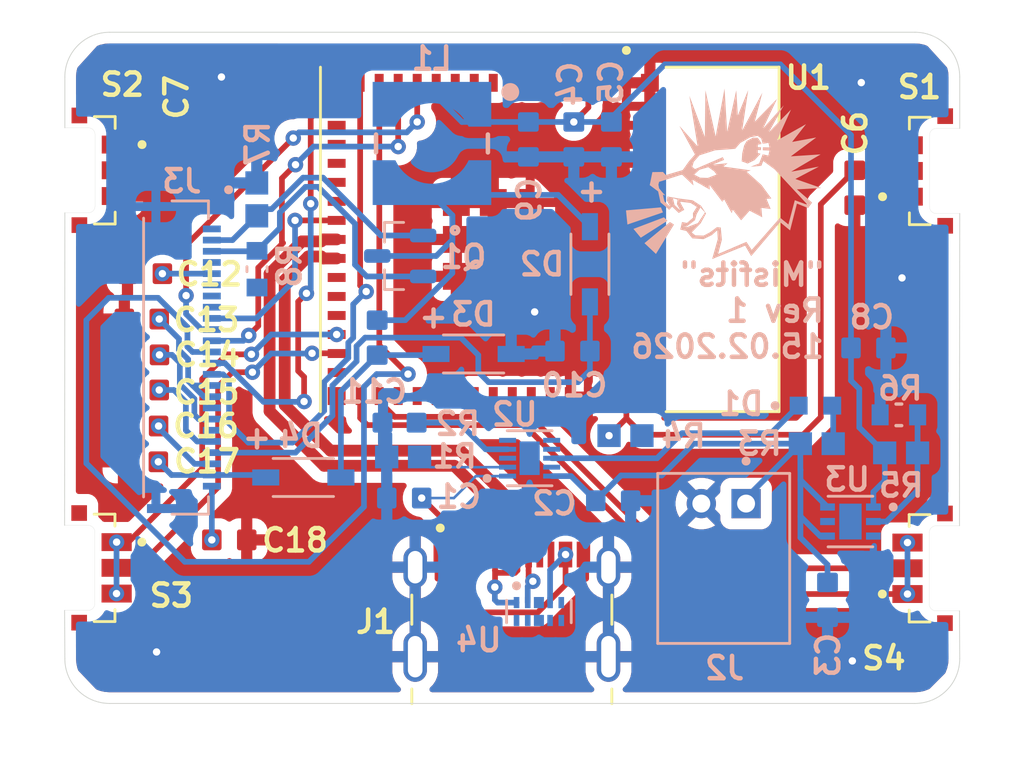
<source format=kicad_pcb>
(kicad_pcb (version 20241229) (generator "pcbnew") (generator_version "9.0")
  (title_block (title "\"Misfits\"") (date "2026-02-15") (rev "1") (company "Red Lucy") (comment 1 "redlucy404.de"))
  (layers (0 "F.Cu" signal "Front") (4 "In1.Cu" signal) (6 "In2.Cu" signal) (2 "B.Cu" signal "Back") (13 "F.Paste" user) (15 "B.Paste" user) (5 "F.SilkS" user "F.Silkscreen") (7 "B.SilkS" user "B.Silkscreen") (1 "F.Mask" user) (3 "B.Mask" user) (25 "Edge.Cuts" user))
  (net 0 "")
  (net 1 "GND")
  (net 2 "/5V_IN")
  (net 3 "Net-(U2-OUT)")
  (net 4 "/3V3")
  (net 5 "Net-(U1-EN)")
  (net 6 "Net-(U1-IO0)")
  (net 7 "/PREVGH")
  (net 8 "Net-(C11-Pad1)")
  (net 9 "Net-(C11-Pad2)")
  (net 10 "Net-(C12-Pad1)")
  (net 11 "Net-(C13-Pad1)")
  (net 12 "Net-(C14-Pad1)")
  (net 13 "Net-(C15-Pad1)")
  (net 14 "Net-(C16-Pad1)")
  (net 15 "/PREVGL")
  (net 16 "/VCOM")
  (net 17 "Net-(U2-~{CHG})")
  (net 18 "Net-(D1-PadA)")
  (net 19 "/USB_D_N")
  (net 24 "/USB_D_P")
  (net 26 "/GDR")
  (net 29 "/RES")
  (net 30 "/CS")
  (net 31 "/SCLK")
  (net 32 "/RESE")
  (net 35 "/SDI")
  (net 36 "/DC")
  (net 37 "/BUSY")
  (net 38 "Net-(U2-ISET)")
  (net 39 "Net-(U2-PRETERM)")
  (net 40 "Net-(U3-FB)")
  (net 41 "Net-(U1-IO33)")
  (net 42 "Net-(U1-IO34)")
  (net 43 "Net-(U1-IO36)")
  (net 44 "Net-(U1-IO35)")
  (footprint "EVP-AEDB2A:SW_EVP-AEDB2A" (layer "F.Cu") (at 168.84 103.46 90)
    (property "Reference" "S4")
    (property "Value" "SETTING2")
    (fp_line (start -1.6 -0.2) (end 1.6 -0.2) (stroke (width 0.01)) (layer "Edge.Cuts"))
    (fp_line (start 1.9 0.1) (end 1.9 1.15) (stroke (width 0.01)) (layer "Edge.Cuts"))
    (fp_line (start -1.9 0.1) (end -1.9 1.15) (stroke (width 0.01)) (layer "Edge.Cuts"))
    (fp_arc (start 1.6 -0.2) (mid 1.812132 -0.112132) (end 1.9 0.1) (stroke (width 0.01)) (layer "Edge.Cuts"))
    (fp_arc (start -1.9 0.1) (mid -1.812132 -0.112132) (end -1.6 -0.2) (stroke (width 0.01)) (layer "Edge.Cuts"))
  )
  (footprint "EVP-AEDB2A:SW_EVP-AEDB2A" (layer "F.Cu") (at 131.14 103.44 -90)
    (property "Reference" "S3")
    (property "Value" "SETTING1")
    (fp_line (start -1.9 0.1) (end -1.9 1.15) (stroke (width 0.01)) (layer "Edge.Cuts"))
    (fp_line (start 1.9 0.1) (end 1.9 1.15) (stroke (width 0.01)) (layer "Edge.Cuts"))
    (fp_line (start -1.6 -0.2) (end 1.6 -0.2) (stroke (width 0.01)) (layer "Edge.Cuts"))
    (fp_arc (start -1.9 0.1) (mid -1.812132 -0.112132) (end -1.6 -0.2) (stroke (width 0.01)) (layer "Edge.Cuts"))
    (fp_arc (start 1.6 -0.2) (mid 1.812132 -0.112132) (end 1.9 0.1) (stroke (width 0.01)) (layer "Edge.Cuts"))
  )
  (footprint "CL10A105KO8NNNC:CAPC1608X90N" (layer "F.Cu") (at 133.45 93.92 180)
    (property "Reference" "C14")
    (property "Value" "1uF")
  )
  (footprint "CL10A105KO8NNNC:CAPC1608X90N" (layer "F.Cu") (at 133.4 98.7 180)
    (property "Reference" "C17")
    (property "Value" "1uF")
  )
  (footprint "ESP32-S3-MINI-1-N8:XCVR_ESP32-S3-MINI-1-N8" (layer "F.Cu") (at 149.15 88.76 -90)
    (property "Reference" "U1")
    (property "Value" "ESP32-S3-MINI-1-N8")
  )
  (footprint "CL10A105KO8NNNC:CAPC1608X90N" (layer "F.Cu") (at 133.44 95.49 180)
    (property "Reference" "C15")
    (property "Value" "1uF")
  )
  (footprint "CL10A105KO8NNNC:CAPC1608X90N" (layer "F.Cu") (at 133.58 90.29 180)
    (property "Reference" "C12")
    (property "Value" "1uF")
  )
  (footprint "EVP-AEDB2A:SW_EVP-AEDB2A" (layer "F.Cu") (at 131.15 85.67 -90)
    (property "Reference" "S2")
    (property "Value" "BOOT")
    (fp_line (start -1.9 0.1) (end -1.9 1.15) (stroke (width 0.01)) (layer "Edge.Cuts"))
    (fp_line (start 1.9 0.1) (end 1.9 1.15) (stroke (width 0.01)) (layer "Edge.Cuts"))
    (fp_line (start -1.6 -0.2) (end 1.6 -0.2) (stroke (width 0.01)) (layer "Edge.Cuts"))
    (fp_arc (start -1.9 0.1) (mid -1.812132 -0.112132) (end -1.6 -0.2) (stroke (width 0.01)) (layer "Edge.Cuts"))
    (fp_arc (start 1.6 -0.2) (mid 1.812132 -0.112132) (end 1.9 0.1) (stroke (width 0.01)) (layer "Edge.Cuts"))
  )
  (footprint "CL10A105KO8NNNC:CAPC1608X90N" (layer "F.Cu") (at 133.41 97.1 180)
    (property "Reference" "C16")
    (property "Value" "1uF")
  )
  (footprint "CL10B104KA8NNNC:CAPC1608X90N" (layer "F.Cu") (at 135.02 84.9 90)
    (property "Reference" "C7")
    (property "Value" "0.1uF")
  )
  (footprint "EVP-AEDB2A:SW_EVP-AEDB2A" (layer "F.Cu") (at 168.85 85.7 90)
    (property "Reference" "S1")
    (property "Value" "RESET")
    (fp_line (start -1.6 -0.2) (end 1.6 -0.2) (stroke (width 0.01)) (layer "Edge.Cuts"))
    (fp_line (start 1.9 0.1) (end 1.9 1.15) (stroke (width 0.01)) (layer "Edge.Cuts"))
    (fp_line (start -1.9 0.1) (end -1.9 1.15) (stroke (width 0.01)) (layer "Edge.Cuts"))
    (fp_arc (start 1.6 -0.2) (mid 1.812132 -0.112132) (end 1.9 0.1) (stroke (width 0.01)) (layer "Edge.Cuts"))
    (fp_arc (start -1.9 0.1) (mid -1.812132 -0.112132) (end -1.6 -0.2) (stroke (width 0.01)) (layer "Edge.Cuts"))
  )
  (footprint "CL10A105KO8NNNC:CAPC1608X90N" (layer "F.Cu") (at 133.44 92.32 180)
    (property "Reference" "C13")
    (property "Value" "1uF")
  )
  (footprint "GT-USB-7010B:G-SWITCH_GT-USB-7010B" (layer "F.Cu") (at 149.98 107.41)
    (property "Reference" "J1")
    (property "Value" "GT-USB-7010B")
  )
  (footprint "CL10B104KA8NNNC:CAPC1608X90N" (layer "F.Cu") (at 165.31 86.45 -90)
    (property "Reference" "C6")
    (property "Value" "0.1uF")
  )
  (footprint "CL10A105KO8NNNC:CAPC1608X90N" (layer "F.Cu") (at 137.35 102.19)
    (property "Reference" "C18")
    (property "Value" "1uF")
  )
  (footprint "RC0603JR-071KL:RESC1607X60N" (layer "B.Cu") (at 155.06 97.53 180)
    (property "Reference" "R4")
    (property "Value" "1k")
  )
  (footprint "CL10A106MQ8NNNC:CAPC1608X90N" (layer "B.Cu") (at 154.43 84.29 -90)
    (property "Reference" "C5")
    (property "Value" "10uF")
  )
  (footprint "B0530W-7-F:SOD3715X145N" (layer "B.Cu") (at 148.27 93.88 180)
    (property "Reference" "D3")
    (property "Value" "B0530W-7-F")
  )
  (footprint "CL10A105KO8NNNC:CAPC1608X90N" (layer "B.Cu") (at 165.92 93.61)
    (property "Reference" "C8")
    (property "Value" "1uF")
  )
  (footprint "CL10A105KO8NNNC:CAPC1608X90N" (layer "B.Cu") (at 154.51 100.44)
    (property "Reference" "C2")
    (property "Value" "1uF")
  )
  (footprint "CL10A105KO8NNNC:CAPC1608X90N" (layer "B.Cu") (at 164.09 104.87 -90)
    (property "Reference" "C3")
    (property "Value" "1uF")
  )
  (footprint "WE-TPC_4828:WE-TPC_4828" (layer "B.Cu") (at 146.41 84.47 180)
    (property "Reference" "L1")
    (property "Value" "47uH 500mA")
  )
  (footprint "FH34SRJ-24S-0.5SH_50_:HRS_FH34SRJ-24S-0.5SH_50_" (layer "B.Cu") (at 135.32 94.04 90)
    (property "Reference" "J3")
    (property "Value" "FH34SRJ-24S-0.5SH_50_")
  )
  (footprint "ESD7104MUTAG:IC_ESD7104MUTAG" (layer "B.Cu") (at 151.19 105.3925 -90)
    (property "Reference" "U4")
    (property "Value" "ESD7104MUTAG")
  )
  (footprint "CL10A475KP8NNNC:CAPC1608X90N" (layer "B.Cu") (at 150.72 84.29 -90)
    (property "Reference" "C9")
    (property "Value" "0.47uF")
  )
  (footprint "RC0603JR-072K2L:RESC1608X55N" (layer "B.Cu") (at 138.59 90.09 90)
    (property "Reference" "R8")
    (property "Value" "2.2k")
  )
  (footprint "B0530W-7-F:SOD3715X145N" (layer "B.Cu") (at 140.66 99.4 180)
    (property "Reference" "D4")
    (property "Value" "B0530W-7-F")
  )
  (footprint "CL10A105KO8NNNC:CAPC1608X90N" (layer "B.Cu") (at 152.69 93.75 180)
    (property "Reference" "C10")
    (property "Value" "1uF")
  )
  (footprint "TLV75801PDRVR:SON65P200X200X80-7N" (layer "B.Cu") (at 165.115 101.37 180)
    (property "Reference" "U3")
    (property "Value" "TLV75801PDRVR")
  )
  (footprint "B0530W-7-F:SOD3715X145N" (layer "B.Cu") (at 153.47 89.87 90)
    (property "Reference" "D2")
    (property "Value" "B0530W-7-F")
  )
  (footprint "CL10A105KO8NNNC:CAPC1608X90N" (layer "B.Cu") (at 145.17 100.32 180)
    (property "Reference" "C1")
    (property "Value" "1uF")
  )
  (footprint "RC0603FR-07200KL:RESC1608X60N" (layer "B.Cu") (at 167.28 96.6 180)
    (property "Reference" "R6")
    (property "Value" "200k")
    (property "VALUE" "200K Ohms" (hide yes))
  )
  (footprint "KT-0603R:LED_KT-0603R" (layer "B.Cu") (at 163.55 96.19)
    (property "Reference" "D1")
    (property "Value" "KT-0603R")
  )
  (footprint "RC0603JR-071KL:RESC1607X60N" (layer "B.Cu") (at 145.12 98.48 180)
    (property "Reference" "R1")
    (property "Value" "1k")
  )
  (footprint "2N7002K-7:SOT91P240X110-3N" (layer "B.Cu") (at 144.99 89.5 180)
    (property "Reference" "Q1")
    (property "Value" "2N7002K-7")
  )
  (footprint "BQ24040DSQR:SON40P200X200X80-11N" (layer "B.Cu") (at 150.775 98.54)
    (property "Reference" "U2")
    (property "Value" "BQ24040DSQR")
  )
  (footprint "S2B-PH-K-S_LF__SN_:JST_S2B-PH-K-S_LF__SN_" (layer "B.Cu") (at 159.45 100.5675 180)
    (property "Reference" "J2")
    (property "Value" "S2B-PH-K-S_LF__SN_")
  )
  (footprint "RC0603FR-071ML:RESC1607X60N" (layer "B.Cu") (at 138.58 86.97 90)
    (property "Reference" "R7")
    (property "Value" "1M")
  )
  (footprint "CL10A475KP8NNNC:CAPC1608X90N" (layer "B.Cu") (at 143.96 93.15 90)
    (property "Reference" "C11")
    (property "Value" "0.47uF")
  )
  (footprint "SMD-RES-2K-1_-1_10W_0603_:R0603" (layer "B.Cu") (at 144.96 96.95 90)
    (property "Reference" "R2")
    (property "Value" "2k")
    (property "VALUE" "2K" (hide yes))
  )
  (footprint "RC0603JR-071KL:RESC1607X60N" (layer "B.Cu") (at 163.61 97.89)
    (property "Reference" "R3")
    (property "Value" "1k")
  )
  (footprint "RC0603FR-071ML:RESC1607X60N" (layer "B.Cu") (at 167.38 98.3)
    (property "Reference" "R5")
    (property "Value" "1M")
  )
  (footprint "CL10B104KA8NNNC:CAPC1608X90N" (layer "B.Cu") (at 152.75 84.29 -90)
    (property "Reference" "C4")
    (property "Value" "0.1uF")
  )
  (gr_poly (pts (xy 159.604005 83.951194) (xy 160.011939 82.091282) (xy 160.081547 83.222737) (xy 160.544593 82.086761) (xy 160.275178 83.896417) (xy 161.178172 82.199234) (xy 160.836358 83.500653) (xy 161.832912 82.477253) (xy 161.209229 83.802934) (xy 162.135323 82.765013) (xy 161.466941 83.968041) (xy 162.457372 82.956293) (xy 161.83449 84.334348) (xy 163.130535 83.607416) (xy 162.508971 84.401424) (xy 163.585494 84.202806) (xy 162.451249 85.045985) (xy 163.78153 84.958884) (xy 162.466649 85.731757) (xy 163.704403 85.505931) (xy 162.652323 86.057629) (xy 163.811942 86.461583) (xy 162.720949 86.522639) (xy 163.400856 87.114153) (xy 163.222159 87.357162) (xy 162.723456 87.158699) (xy 162.41673 88.356248) (xy 161.968204 87.989088) (xy 160.679084 89.50623) (xy 160.407861 89.040186) (xy 158.934023 89.637359) (xy 159.186127 88.742375) (xy 159.159928 88.353355) (xy 158.919917 88.566366) (xy 158.545081 88.748654) (xy 158.045835 88.711783) (xy 157.781846 88.382836) (xy 157.506979 88.321264) (xy 157.543177 88.166492) (xy 157.608213 88.166492) (xy 157.815875 88.210287) (xy 158.298843 88.027482) (xy 158.612751 87.553738) (xy 158.406872 87.334009) (xy 158.239362 87.632699) (xy 158.165518 87.89891) (xy 157.798589 88.18233) (xy 157.608213 88.166492) (xy 157.543177 88.166492) (xy 157.586379 87.981776) (xy 157.806935 88.022135) (xy 158.081155 87.788686) (xy 158.073533 87.585546) (xy 158.249 87.30776) (xy 157.970051 87.13082) (xy 157.516357 87.073665) (xy 157.510182 87.11188) (xy 157.68756 87.437441) (xy 157.437162 87.578026) (xy 157.146766 87.297863) (xy 157.014887 87.437079) (xy 156.625015 87.103972) (xy 156.518717 86.613692) (xy 156.143469 86.333942) (xy 156.147719 86.312755) (xy 156.530661 86.312755) (xy 156.562132 86.477835) (xy 156.71065 86.656946) (xy 156.842451 86.794173) (xy 156.733051 86.761203) (xy 156.801832 87.062502) (xy 157.062979 87.305537) (xy 156.908129 87.021368) (xy 156.924203 86.916748) (xy 157.182658 86.916748) (xy 157.251438 87.218048) (xy 157.512559 87.461082) (xy 157.357737 87.176913) (xy 157.388175 86.978683) (xy 157.182658 86.916748) (xy 156.924203 86.916748) (xy 156.935957 86.840242) (xy 157.416238 86.925741) (xy 158.061056 87.009379) (xy 158.434986 87.253292) (xy 158.658977 87.602289) (xy 158.420956 88.038929) (xy 158.020101 88.448464) (xy 158.179498 88.575873) (xy 158.551981 88.589205) (xy 158.845814 88.434744) (xy 159.145512 88.210443) (xy 159.318008 88.224447) (xy 159.368935 88.773922) (xy 159.199824 89.409335) (xy 160.464837 88.866913) (xy 160.70154 89.227383) (xy 161.967586 87.786747) (xy 162.342473 88.090707) (xy 162.627649 87.00651) (xy 163.204616 87.218384) (xy 161.727575 85.629954) (xy 161.217683 85.255971) (xy 161.132598 85.470428) (xy 160.649949 85.512598) (xy 161.035601 85.361158) (xy 161.115829 85.15453) (xy 161.115855 85.154556) (xy 161.194274 84.952552) (xy 161.445705 85.012264) (xy 161.49441 84.789203) (xy 161.198304 84.774759) (xy 161.200008 84.640943) (xy 161.494408 84.647506) (xy 161.448623 84.443798) (xy 161.19174 84.486767) (xy 161.129574 84.249236) (xy 160.965061 84.131155) (xy 160.635064 84.195107) (xy 160.19 84.45) (xy 159.961925 84.710967) (xy 159.066631 84.776777) (xy 158.367345 85.000458) (xy 158.111263 85.291629) (xy 158.044859 85.515207) (xy 158.141055 85.597864) (xy 158.178623 85.61192) (xy 159.406817 85.082055) (xy 159.468233 85.202436) (xy 158.958213 85.416556) (xy 159.624064 85.352633) (xy 159.435393 85.503631) (xy 160.662424 85.673311) (xy 160.475898 85.733436) (xy 161.138906 86.326087) (xy 161.58216 86.931554) (xy 161.362794 86.945946) (xy 161.549062 87.399252) (xy 161.134721 87.35078) (xy 161.171358 87.771632) (xy 160.606071 87.476947) (xy 160.229118 87.906766) (xy 159.853378 87.429999) (xy 159.809194 87.588981) (xy 159.472109 86.972249) (xy 159.387954 87.077592) (xy 158.817524 86.32433) (xy 158.822459 86.530804) (xy 158.050697 86.090365) (xy 158.099583 86.34805) (xy 157.597184 85.871283) (xy 157.525639 85.87968) (xy 156.768011 86.122276) (xy 156.563217 86.18514) (xy 156.530661 86.312755) (xy 156.147719 86.312755) (xy 156.260594 85.750153) (xy 156.737179 85.743564) (xy 156.859059 85.881695) (xy 156.925935 85.862032) (xy 158.130949 85.862032) (xy 158.392818 85.998794) (xy 158.737681 86.009878) (xy 159.131791 85.860017) (xy 159.0219 85.716253) (xy 158.761217 85.530993) (xy 158.370133 85.645095) (xy 158.130949 85.862032) (xy 156.925935 85.862032) (xy 157.619761 85.658039) (xy 157.897677 85.266642) (xy 158.163578 84.961777) (xy 157.469229 83.683715) (xy 158.283933 84.598414) (xy 157.915997 82.339379) (xy 158.606316 84.18092) (xy 158.631353 82.086759) (xy 159.090034 84.160043) (xy 159.487684 82.010768)) (fill yes) (layer "B.SilkS"))
  (gr_poly (pts (xy 157.228726 88.093652) (xy 156.421205 89.409334) (xy 155.907644 88.927504) (xy 157.045533 87.981877)) (fill yes) (layer "B.SilkS"))
  (gr_poly (pts (xy 156.733047 87.551825) (xy 155.146116 88.093652) (xy 155.082219 87.461082) (xy 156.645533 87.326439)) (fill yes) (layer "B.SilkS"))
  (gr_poly (pts (xy 156.934945 87.925162) (xy 155.743519 88.683824) (xy 155.415632 88.289223) (xy 156.779684 87.772148)) (fill yes) (layer "B.SilkS"))
  (gr_poly (pts (xy 160.973437 84.216216) (xy 161.1326 84.452791) (xy 161.129679 84.497155) (xy 160.976122 84.522838) (xy 160.974702 84.635906) (xy 161.120351 84.639161) (xy 161.111721 84.770549) (xy 160.974702 84.763857) (xy 160.974702 84.900412) (xy 161.097459 84.929557) (xy 160.965658 85.071125) (xy 160.829749 85.217111) (xy 160.516486 85.369246) (xy 160.253995 85.270001) (xy 160.276139 84.918834) (xy 160.304328 84.802743) (xy 160.363471 84.559011) (xy 160.481577 84.355638) (xy 160.481603 84.355638) (xy 160.762568 84.209161)) (fill yes) (layer "B.SilkS"))
  (gr_line (start 170 107.5) (end 169.99 105.36) (stroke (width 0.0381)) (layer "Edge.Cuts"))
  (gr_line (start 132 109.5) (end 168 109.5) (stroke (width 0.0381)) (layer "Edge.Cuts"))
  (gr_line (start 170 87.6) (end 169.99 101.56) (stroke (width 0.0381)) (layer "Edge.Cuts"))
  (gr_arc (start 170 107.5) (mid 169.414214 108.914214) (end 168 109.5) (stroke (width 0.0381)) (layer "Edge.Cuts"))
  (gr_line (start 129.99 101.54) (end 130 87.57) (stroke (width 0.0381)) (layer "Edge.Cuts"))
  (gr_arc (start 132 109.5) (mid 130.585786 108.914214) (end 130 107.5) (stroke (width 0.0381)) (layer "Edge.Cuts"))
  (gr_line (start 130 107.5) (end 129.99 105.34) (stroke (width 0.0381)) (layer "Edge.Cuts"))
  (gr_arc (start 168 79.5) (mid 169.414214 80.085786) (end 170 81.5) (stroke (width 0.0381)) (layer "Edge.Cuts"))
  (gr_line (start 130 81.5) (end 130 83.77) (stroke (width 0.0381)) (layer "Edge.Cuts"))
  (gr_line (start 168 79.5) (end 132 79.5) (stroke (width 0.0381)) (layer "Edge.Cuts"))
  (gr_arc (start 130 81.5) (mid 130.585786 80.085786) (end 132 79.5) (stroke (width 0.0381)) (layer "Edge.Cuts"))
  (gr_line (start 170 81.5) (end 170 83.8) (stroke (width 0.0381)) (layer "Edge.Cuts"))
  (gr_text "{dblquote}Misfits{dblquote}\nRev 1\n15.02.2026" (at 164.04 94.14 0) (layer "B.SilkS") (effects (font (size 1 1) (thickness 0.2) (bold yes)) (justify left bottom mirror)))
  (via (at 165.6 81.75) (size 0.6858) (drill 0.3302) (layers "F.Cu" "B.Cu") (net 1))
  (via (at 137 81.5) (size 0.6858) (drill 0.3302) (layers "F.Cu" "B.Cu") (net 1))
  (via (at 165.2 107.6) (size 0.6858) (drill 0.3302) (layers "F.Cu" "B.Cu") (net 1))
  (via (at 151 92) (size 0.6858) (drill 0.3302) (layers "F.Cu" "B.Cu") (net 1))
  (via (at 167.42 90.48) (size 0.6858) (drill 0.3302) (layers "F.Cu" "B.Cu") (net 1))
  (via (at 134.1 107.2) (size 0.6858) (drill 0.3302) (layers "F.Cu" "B.Cu") (net 1))
  (segment (start 151.14 105.43) (end 152.38 104.19) (width 0.254) (layer "F.Cu") (net 2))
  (segment (start 147.58 102.845) (end 147.58 104.35) (width 0.254) (layer "F.Cu") (net 2))
  (segment (start 148.66 105.43) (end 151.14 105.43) (width 0.254) (layer "F.Cu") (net 2))
  (segment (start 147.58 102.845) (end 147.58 101.95) (width 0.254) (layer "F.Cu") (net 2))
  (segment (start 152.38 104.19) (end 152.38 102.845) (width 0.254) (layer "F.Cu") (net 2))
  (segment (start 147.58 104.35) (end 148.66 105.43) (width 0.254) (layer "F.Cu") (net 2))
  (segment (start 147.58 101.95) (end 145.95 100.32) (width 0.254) (layer "F.Cu") (net 2))
  (via (at 145.95 100.32) (size 0.6858) (drill 0.3302) (layers "F.Cu" "B.Cu") (net 2))
  (via (at 152.38 102.845) (size 0.6858) (drill 0.3302) (layers "F.Cu" "B.Cu") (net 2))
  (segment (start 151.69 104.9925) (end 151.69 103.535) (width 0.254) (layer "B.Cu") (net 2))
  (segment (start 147.39 100.32) (end 148.37 99.34) (width 0.115469) (layer "B.Cu") (net 2))
  (segment (start 151.69 103.535) (end 152.38 102.845) (width 0.254) (layer "B.Cu") (net 2))
  (segment (start 148.37 99.34) (end 149.79 99.34) (width 0.115469) (layer "B.Cu") (net 2))
  (segment (start 145.95 100.32) (end 147.39 100.32) (width 0.115469) (layer "B.Cu") (net 2))
  (segment (start 160.45 100.5675) (end 160.45 100.315) (width 0.254) (layer "B.Cu") (net 3))
  (segment (start 164.09 100.72) (end 162.88 99.51) (width 0.254) (layer "B.Cu") (net 3))
  (segment (start 162.88 99.06) (end 162.875 99.055) (width 0.254) (layer "B.Cu") (net 3))
  (segment (start 162.88 99.51) (end 162.88 99.06) (width 0.254) (layer "B.Cu") (net 3))
  (segment (start 163.763062 102.02) (end 162.88 101.136938) (width 0.254) (layer "B.Cu") (net 3))
  (segment (start 152.63 99.34) (end 153.73 100.44) (width 0.254) (layer "B.Cu") (net 3))
  (segment (start 162.88 101.136938) (end 162.88 99.51) (width 0.254) (layer "B.Cu") (net 3))
  (segment (start 164.09 102.02) (end 163.763062 102.02) (width 0.254) (layer "B.Cu") (net 3))
  (segment (start 154.86 99.31) (end 156.68 99.31) (width 0.254) (layer "B.Cu") (net 3))
  (segment (start 164.09 103.3) (end 164.09 104.09) (width 0.254) (layer "B.Cu") (net 3))
  (segment (start 160.45 100.315) (end 162.875 97.89) (width 0.254) (layer "B.Cu") (net 3))
  (segment (start 156.68 99.31) (end 158.1 97.89) (width 0.254) (layer "B.Cu") (net 3))
  (segment (start 153.73 100.44) (end 154.86 99.31) (width 0.254) (layer "B.Cu") (net 3))
  (segment (start 162.88 101.136938) (end 162.88 102.09) (width 0.254) (layer "B.Cu") (net 3))
  (segment (start 158.1 97.89) (end 162.875 97.89) (width 0.254) (layer "B.Cu") (net 3))
  (segment (start 151.76 99.34) (end 152.63 99.34) (width 0.254) (layer "B.Cu") (net 3))
  (segment (start 162.88 102.09) (end 164.09 103.3) (width 0.254) (layer "B.Cu") (net 3))
  (segment (start 162.875 99.055) (end 162.875 97.89) (width 0.254) (layer "B.Cu") (net 3))
  (segment (start 153.4 81.76) (end 153.4 82.86) (width 0.254) (layer "F.Cu") (net 4))
  (segment (start 153.4 82.86) (end 152.75 83.51) (width 0.254) (layer "F.Cu") (net 4))
  (via (at 152.75 83.51) (size 0.6858) (drill 0.3302) (layers "F.Cu" "B.Cu") (net 4))
  (segment (start 166.65 98.305) (end 166.645 98.3) (width 0.254) (layer "B.Cu") (net 4))
  (segment (start 150.72 83.51) (end 147.75 83.51) (width 0.254) (layer "B.Cu") (net 4))
  (segment (start 152.75 83.51) (end 150.72 83.51) (width 0.254) (layer "B.Cu") (net 4))
  (segment (start 156.82198 80.932) (end 161.97802 80.932) (width 0.254) (layer "B.Cu") (net 4))
  (segment (start 165.14 93.61) (end 165.14 95.07) (width 0.254) (layer "B.Cu") (net 4))
  (segment (start 166.65 99.54) (end 166.65 98.305) (width 0.254) (layer "B.Cu") (net 4))
  (segment (start 165.14 95.07) (end 165.51 95.44) (width 0.254) (layer "B.Cu") (net 4))
  (segment (start 165.51 97.165) (end 166.645 98.3) (width 0.254) (layer "B.Cu") (net 4))
  (segment (start 165.51 95.44) (end 165.51 97.165) (width 0.254) (layer "B.Cu") (net 4))
  (segment (start 147.75 83.51) (end 146.41 82.17) (width 0.254) (layer "B.Cu") (net 4))
  (segment (start 166.14 100.72) (end 166.14 100.05) (width 0.254) (layer "B.Cu") (net 4))
  (segment (start 165.14 84.09398) (end 165.14 93.61) (width 0.254) (layer "B.Cu") (net 4))
  (segment (start 166.14 100.05) (end 166.65 99.54) (width 0.254) (layer "B.Cu") (net 4))
  (segment (start 154.43 83.32398) (end 156.82198 80.932) (width 0.254) (layer "B.Cu") (net 4))
  (segment (start 152.75 83.51) (end 154.43 83.51) (width 0.254) (layer "B.Cu") (net 4))
  (segment (start 161.97802 80.932) (end 165.14 84.09398) (width 0.254) (layer "B.Cu") (net 4))
  (segment (start 154.43 83.51) (end 154.43 83.32398) (width 0.254) (layer "B.Cu") (net 4))
  (segment (start 165.31 85.67) (end 163.79 87.19) (width 0.254) (layer "F.Cu") (net 5))
  (segment (start 167.675 85.7) (end 165.34 85.7) (width 0.254) (layer "F.Cu") (net 5))
  (segment (start 165.34 85.7) (end 165.31 85.67) (width 0.254) (layer "F.Cu") (net 5))
  (segment (start 163 97.49) (end 155.835 97.49) (width 0.254) (layer "F.Cu") (net 5))
  (segment (start 163.79 87.19) (end 163.79 96.7) (width 0.254) (layer "F.Cu") (net 5))
  (segment (start 155.835 97.49) (end 155.1 96.755) (width 0.254) (layer "F.Cu") (net 5))
  (segment (start 155.1 95.76) (end 155.1 96.755) (width 0.254) (layer "F.Cu") (net 5))
  (segment (start 155.1 96.755) (end 154.325 97.53) (width 0.254) (layer "F.Cu") (net 5))
  (segment (start 163.79 96.7) (end 163 97.49) (width 0.254) (layer "F.Cu") (net 5))
  (via (at 154.325 97.53) (size 0.6858) (drill 0.3302) (layers "F.Cu" "B.Cu") (net 5))
  (segment (start 152.55 81.523062) (end 151.376938 80.35) (width 0.254) (layer "F.Cu") (net 6))
  (segment (start 135.01 85.67) (end 135.02 85.68) (width 0.254) (layer "F.Cu") (net 6))
  (segment (start 140.35 80.35) (end 135.02 85.68) (width 0.254) (layer "F.Cu") (net 6))
  (segment (start 152.55 81.76) (end 152.55 81.523062) (width 0.254) (layer "F.Cu") (net 6))
  (segment (start 132.325 85.67) (end 135.01 85.67) (width 0.254) (layer "F.Cu") (net 6))
  (segment (start 151.376938 80.35) (end 140.35 80.35) (width 0.254) (layer "F.Cu") (net 6))
  (segment (start 148.94 95.14) (end 152.94 95.14) (width 0.254) (layer "B.Cu") (net 7))
  (segment (start 136.57 98.29) (end 140.31 98.29) (width 0.254) (layer "B.Cu") (net 7))
  (segment (start 141.96 95.29) (end 143.04 94.21) (width 0.254) (layer "B.Cu") (net 7))
  (segment (start 148.48 93.93) (end 148.48 94.68) (width 0.254) (layer "B.Cu") (net 7))
  (segment (start 153.47 91.55) (end 153.47 93.75) (width 0.254) (layer "B.Cu") (net 7))
  (segment (start 153.47 94.61) (end 153.47 93.75) (width 0.254) (layer "B.Cu") (net 7))
  (segment (start 140.31 98.29) (end 141.96 96.64) (width 0.254) (layer "B.Cu") (net 7))
  (segment (start 148.48 94.68) (end 148.94 95.14) (width 0.254) (layer "B.Cu") (net 7))
  (segment (start 141.96 96.64) (end 141.96 95.29) (width 0.254) (layer "B.Cu") (net 7))
  (segment (start 143.04 94.21) (end 143.04 93.53) (width 0.254) (layer "B.Cu") (net 7))
  (segment (start 147.7 93.15) (end 148.48 93.93) (width 0.254) (layer "B.Cu") (net 7))
  (segment (start 143.42 93.15) (end 147.7 93.15) (width 0.254) (layer "B.Cu") (net 7))
  (segment (start 143.04 93.53) (end 143.42 93.15) (width 0.254) (layer "B.Cu") (net 7))
  (segment (start 152.94 95.14) (end 153.47 94.61) (width 0.254) (layer "B.Cu") (net 7))
  (segment (start 146.54 93.93) (end 146.59 93.88) (width 0.254) (layer "B.Cu") (net 8))
  (segment (start 143.96 93.93) (end 142.34 95.55) (width 0.254) (layer "B.Cu") (net 8))
  (segment (start 142.34 95.55) (end 142.34 99.4) (width 0.254) (layer "B.Cu") (net 8))
  (segment (start 143.96 93.93) (end 146.54 93.93) (width 0.254) (layer "B.Cu") (net 8))
  (segment (start 147.32 90.264212) (end 145.214212 92.37) (width 0.254) (layer "B.Cu") (net 9))
  (segment (start 146.41 86.77) (end 147.32 87.68) (width 0.254) (layer "B.Cu") (net 9))
  (segment (start 145.214212 92.37) (end 143.96 92.37) (width 0.254) (layer "B.Cu") (net 9))
  (segment (start 147.32 87.68) (end 147.32 90.264212) (width 0.254) (layer "B.Cu") (net 9))
  (segment (start 146.41 86.77) (end 152.05 86.77) (width 0.254) (layer "B.Cu") (net 9))
  (segment (start 143.965 89.5) (end 146.6 89.5) (width 0.254) (layer "B.Cu") (net 9))
  (segment (start 152.05 86.77) (end 153.47 88.19) (width 0.254) (layer "B.Cu") (net 9))
  (segment (start 147.32 88.78) (end 147.32 87.68) (width 0.254) (layer "B.Cu") (net 9))
  (segment (start 146.6 89.5) (end 147.32 88.78) (width 0.254) (layer "B.Cu") (net 9))
  (via (at 134.36 90.29) (size 0.6858) (drill 0.3302) (layers "F.Cu" "B.Cu") (net 10))
  (segment (start 136.57 90.29) (end 134.36 90.29) (width 0.254) (layer "B.Cu") (net 10))
  (via (at 134.22 92.32) (size 0.6858) (drill 0.3302) (layers "F.Cu" "B.Cu") (net 11))
  (segment (start 135.72 95.29) (end 135.510469 95.080469) (width 0.254) (layer "B.Cu") (net 11))
  (segment (start 136.57 95.79) (end 136.22 95.79) (width 0.254) (layer "B.Cu") (net 11))
  (segment (start 135.1 93.2) (end 134.22 92.32) (width 0.254) (layer "B.Cu") (net 11))
  (segment (start 135.510469 94.116547) (end 135.1 93.706078) (width 0.254) (layer "B.Cu") (net 11))
  (segment (start 136.22 95.79) (end 135.72 95.29) (width 0.254) (layer "B.Cu") (net 11))
  (segment (start 136.57 95.29) (end 135.72 95.29) (width 0.254) (layer "B.Cu") (net 11))
  (segment (start 135.510469 95.080469) (end 135.510469 94.116547) (width 0.254) (layer "B.Cu") (net 11))
  (segment (start 135.1 93.706078) (end 135.1 93.2) (width 0.254) (layer "B.Cu") (net 11))
  (via (at 134.23 93.92) (size 0.6858) (drill 0.3302) (layers "F.Cu" "B.Cu") (net 12))
  (segment (start 135.98 96.79) (end 135.79 96.6) (width 0.254) (layer "B.Cu") (net 12))
  (segment (start 136.57 96.79) (end 135.98 96.79) (width 0.254) (layer "B.Cu") (net 12))
  (segment (start 135.14 94.27) (end 134.79 93.92) (width 0.254) (layer "B.Cu") (net 12))
  (segment (start 134.79 93.92) (end 134.23 93.92) (width 0.254) (layer "B.Cu") (net 12))
  (segment (start 136.57 96.79) (end 136.57 96.8) (width 0.254) (layer "B.Cu") (net 12))
  (segment (start 135.79 96.6) (end 135.79 95.883922) (width 0.254) (layer "B.Cu") (net 12))
  (segment (start 135.14 95.233922) (end 135.14 94.27) (width 0.254) (layer "B.Cu") (net 12))
  (segment (start 135.79 95.883922) (end 135.14 95.233922) (width 0.254) (layer "B.Cu") (net 12))
  (via (at 134.22 95.49) (size 0.6858) (drill 0.3302) (layers "F.Cu" "B.Cu") (net 13))
  (segment (start 135.91 97.79) (end 135.41 97.29) (width 0.254) (layer "B.Cu") (net 13))
  (segment (start 135.41 97.29) (end 135.41 96.027844) (width 0.254) (layer "B.Cu") (net 13))
  (segment (start 134.872156 95.49) (end 134.22 95.49) (width 0.254) (layer "B.Cu") (net 13))
  (segment (start 135.41 96.027844) (end 134.872156 95.49) (width 0.254) (layer "B.Cu") (net 13))
  (segment (start 136.57 97.79) (end 135.91 97.79) (width 0.254) (layer "B.Cu") (net 13))
  (via (at 134.19 97.1) (size 0.6858) (drill 0.3302) (layers "F.Cu" "B.Cu") (net 14))
  (segment (start 135.8 98.79) (end 134.19 97.18) (width 0.254) (layer "B.Cu") (net 14))
  (segment (start 134.19 97.18) (end 134.19 97.1) (width 0.254) (layer "B.Cu") (net 14))
  (segment (start 136.57 98.79) (end 135.8 98.79) (width 0.254) (layer "B.Cu") (net 14))
  (via (at 134.18 98.7) (size 0.6858) (drill 0.3302) (layers "F.Cu" "B.Cu") (net 15))
  (segment (start 138.87 99.29) (end 138.98 99.4) (width 0.254) (layer "B.Cu") (net 15))
  (segment (start 134.77 99.29) (end 134.18 98.7) (width 0.254) (layer "B.Cu") (net 15))
  (segment (start 136.57 99.29) (end 134.77 99.29) (width 0.254) (layer "B.Cu") (net 15))
  (segment (start 136.57 99.29) (end 138.87 99.29) (width 0.254) (layer "B.Cu") (net 15))
  (via (at 136.57 102.19) (size 0.6858) (drill 0.3302) (layers "F.Cu" "B.Cu") (net 16))
  (segment (start 136.57 99.79) (end 136.57 102.19) (width 0.254) (layer "B.Cu") (net 16))
  (segment (start 161.57 97.42) (end 157.59 97.42) (width 0.254) (layer "B.Cu") (net 17))
  (segment (start 156.47 98.54) (end 151.76 98.54) (width 0.254) (layer "B.Cu") (net 17))
  (segment (start 162.8 96.19) (end 161.57 97.42) (width 0.254) (layer "B.Cu") (net 17))
  (segment (start 157.59 97.42) (end 156.47 98.54) (width 0.254) (layer "B.Cu") (net 17))
  (segment (start 164.345 96.235) (end 164.3 96.19) (width 0.254) (layer "B.Cu") (net 18))
  (segment (start 164.345 97.89) (end 164.345 96.235) (width 0.254) (layer "B.Cu") (net 18))
  (segment (start 141.463099 88.8469) (end 140.594954 88.8469) (width 0.5262) (layer "F.Cu") (net 19))
  (segment (start 149.162935 100.631081) (end 149.162935 101.252438) (width 0.5262) (layer "F.Cu") (net 19))
  (segment (start 149.23 102.845) (end 149.23 102.11) (width 0.254) (layer "F.Cu") (net 19))
  (segment (start 142.15 88.76) (end 141.549999 88.76) (width 0.5262) (layer "F.Cu") (net 19))
  (segment (start 141.589954 98.8781) (end 147.409954 98.8781) (width 0.5262) (layer "F.Cu") (net 19))
  (segment (start 139.1519 90.289954) (end 139.1519 96.440046) (width 0.5262) (layer "F.Cu") (net 19))
  (segment (start 150.23 103.556938) (end 150.123469 103.663469) (width 0.254) (layer "F.Cu") (net 19))
  (segment (start 149.336531 103.663469) (end 149.23 103.556938) (width 0.254) (layer "F.Cu") (net 19))
  (segment (start 149.23 102.11) (end 149.16 102.04) (width 0.254) (layer "F.Cu") (net 19))
  (segment (start 150.123469 103.663469) (end 149.336531 103.663469) (width 0.254) (layer "F.Cu") (net 19))
  (segment (start 149.16 102.04) (end 149.162935 102.037065) (width 0.254) (layer "F.Cu") (net 19))
  (segment (start 147.409954 98.8781) (end 149.162935 100.631081) (width 0.5262) (layer "F.Cu") (net 19))
  (segment (start 149.23 103.556938) (end 149.23 102.845) (width 0.254) (layer "F.Cu") (net 19))
  (segment (start 140.594954 88.8469) (end 139.1519 90.289954) (width 0.5262) (layer "F.Cu") (net 19))
  (segment (start 141.549999 88.76) (end 141.463099 88.8469) (width 0.5262) (layer "F.Cu") (net 19))
  (segment (start 149.162935 102.037065) (end 149.162935 101.252438) (width 0.254) (layer "F.Cu") (net 19))
  (segment (start 149.23 104.29) (end 149.22 104.3) (width 0.254) (layer "F.Cu") (net 19))
  (segment (start 139.1519 96.440046) (end 141.589954 98.8781) (width 0.5262) (layer "F.Cu") (net 19))
  (segment (start 149.23 103.556938) (end 149.23 104.29) (width 0.254) (layer "F.Cu") (net 19))
  (segment (start 150.23 102.845) (end 150.23 103.556938) (width 0.254) (layer "F.Cu") (net 19))
  (via (at 149.22 104.3) (size 0.6858) (drill 0.3302) (layers "F.Cu" "B.Cu") (net 19))
  (segment (start 149.3425 104.9925) (end 150.19 104.9925) (width 0.254) (layer "B.Cu") (net 19))
  (segment (start 149.22 104.3) (end 149.22 104.87) (width 0.254) (layer "B.Cu") (net 19))
  (segment (start 149.22 104.87) (end 149.3425 104.9925) (width 0.254) (layer "B.Cu") (net 19))
  (segment (start 149.74 102.835) (end 149.73 102.845) (width 0.254) (layer "F.Cu") (net 24))
  (segment (start 150.73 102.133062) (end 150.623469 102.026531) (width 0.254) (layer "F.Cu") (net 24))
  (segment (start 149.73 102.133062) (end 149.73 101.84) (width 0.254) (layer "F.Cu") (net 24))
  (segment (start 150.73 103.56) (end 150.73 103.85) (width 0.254) (layer "F.Cu") (net 24))
  (segment (start 141.463099 89.5231) (end 140.875046 89.5231) (width 0.5262) (layer "F.Cu") (net 24))
  (segment (start 150.73 103.85) (end 150.92 104.04) (width 0.254) (layer "F.Cu") (net 24))
  (segment (start 139.8281 96.159954) (end 141.870046 98.2019) (width 0.5262) (layer "F.Cu") (net 24))
  (segment (start 149.84 101.73) (end 149.839135 101.729135) (width 0.254) (layer "F.Cu") (net 24))
  (segment (start 147.690046 98.2019) (end 149.839135 100.350989) (width 0.5262) (layer "F.Cu") (net 24))
  (segment (start 149.73 102.133062) (end 149.73 102.845) (width 0.254) (layer "F.Cu") (net 24))
  (segment (start 149.73 101.84) (end 149.84 101.73) (width 0.254) (layer "F.Cu") (net 24))
  (segment (start 150.73 102.845) (end 150.73 102.133062) (width 0.254) (layer "F.Cu") (net 24))
  (segment (start 141.549999 89.61) (end 141.463099 89.5231) (width 0.5262) (layer "F.Cu") (net 24))
  (segment (start 142.15 89.61) (end 141.549999 89.61) (width 0.5262) (layer "F.Cu") (net 24))
  (segment (start 141.870046 98.2019) (end 147.690046 98.2019) (width 0.5262) (layer "F.Cu") (net 24))
  (segment (start 149.839135 100.350989) (end 149.839135 101.252438) (width 0.5262) (layer "F.Cu") (net 24))
  (segment (start 149.839135 101.729135) (end 149.839135 101.252438) (width 0.254) (layer "F.Cu") (net 24))
  (segment (start 139.8281 90.570046) (end 139.8281 96.159954) (width 0.5262) (layer "F.Cu") (net 24))
  (segment (start 149.836531 102.026531) (end 149.73 102.133062) (width 0.254) (layer "F.Cu") (net 24))
  (segment (start 150.623469 102.026531) (end 149.836531 102.026531) (width 0.254) (layer "F.Cu") (net 24))
  (segment (start 150.73 102.845) (end 150.73 103.56) (width 0.254) (layer "F.Cu") (net 24))
  (segment (start 140.875046 89.5231) (end 139.8281 90.570046) (width 0.5262) (layer "F.Cu") (net 24))
  (via (at 150.92 104.04) (size 0.6858) (drill 0.3302) (layers "F.Cu" "B.Cu") (net 24))
  (segment (start 150.69 104.27) (end 150.69 104.9925) (width 0.254) (layer "B.Cu") (net 24))
  (segment (start 150.92 104.04) (end 150.69 104.27) (width 0.254) (layer "B.Cu") (net 24))
  (segment (start 138.878453 87.406547) (end 139.239531 87.406547) (width 0.254) (layer "B.Cu") (net 26))
  (segment (start 140.646078 86) (end 141.54 86) (width 0.254) (layer "B.Cu") (net 26))
  (segment (start 136.57 88.79) (end 137.495 88.79) (width 0.254) (layer "B.Cu") (net 26))
  (segment (start 141.54 86) (end 144.125 88.585) (width 0.254) (layer "B.Cu") (net 26))
  (segment (start 138.58 87.705) (end 138.878453 87.406547) (width 0.254) (layer "B.Cu") (net 26))
  (segment (start 137.495 88.79) (end 138.58 87.705) (width 0.254) (layer "B.Cu") (net 26))
  (segment (start 139.239531 87.406547) (end 140.646078 86) (width 0.254) (layer "B.Cu") (net 26))
  (segment (start 144.125 88.585) (end 146.015 88.585) (width 0.254) (layer "B.Cu") (net 26))
  (segment (start 135.42 89.02) (end 140.21 84.23) (width 0.254) (layer "F.Cu") (net 29))
  (segment (start 145.75 83.51) (end 145.75 81.76) (width 0.254) (layer "F.Cu") (net 29))
  (segment (start 135.42 91.27) (end 135.42 89.02) (width 0.254) (layer "F.Cu") (net 29))
  (via (at 135.42 91.27) (size 0.6858) (drill 0.3302) (layers "F.Cu" "B.Cu") (net 29))
  (via (at 145.75 83.51) (size 0.6858) (drill 0.3302) (layers "F.Cu" "B.Cu") (net 29))
  (via (at 140.21 84.23) (size 0.6858) (drill 0.3302) (layers "F.Cu" "B.Cu") (net 29))
  (segment (start 140.466031 83.973969) (end 145.286031 83.973969) (width 0.254) (layer "B.Cu") (net 29))
  (segment (start 135.42 92.096078) (end 135.42 91.27) (width 0.254) (layer "B.Cu") (net 29))
  (segment (start 140.21 84.23) (end 140.466031 83.973969) (width 0.254) (layer "B.Cu") (net 29))
  (segment (start 136.57 92.79) (end 136.113922 92.79) (width 0.254) (layer "B.Cu") (net 29))
  (segment (start 145.286031 83.973969) (end 145.75 83.51) (width 0.254) (layer "B.Cu") (net 29))
  (segment (start 136.113922 92.79) (end 135.42 92.096078) (width 0.254) (layer "B.Cu") (net 29))
  (segment (start 144.056369 81.766369) (end 144.05 81.76) (width 0.254) (layer "F.Cu") (net 30))
  (segment (start 144.056369 93.496369) (end 144.056369 81.766369) (width 0.254) (layer "F.Cu") (net 30))
  (segment (start 145.34 94.78) (end 144.056369 93.496369) (width 0.254) (layer "F.Cu") (net 30))
  (via (at 145.34 94.78) (size 0.6858) (drill 0.3302) (layers "F.Cu" "B.Cu") (net 30))
  (segment (start 143.37 95.347838) (end 143.37 100.71) (width 0.254) (layer "B.Cu") (net 30))
  (segment (start 143.937838 94.78) (end 143.37 95.347838) (width 0.254) (layer "B.Cu") (net 30))
  (segment (start 135.48 93.562156) (end 135.707844 93.79) (width 0.254) (layer "B.Cu") (net 30))
  (segment (start 145.34 94.78) (end 143.937838 94.78) (width 0.254) (layer "B.Cu") (net 30))
  (segment (start 143.37 100.71) (end 140.91 103.17) (width 0.254) (layer "B.Cu") (net 30))
  (segment (start 135.363062 103.17) (end 130.96 98.766938) (width 0.254) (layer "B.Cu") (net 30))
  (segment (start 135.707844 93.79) (end 136.57 93.79) (width 0.254) (layer "B.Cu") (net 30))
  (segment (start 130.96 98.766938) (end 130.96 92.37) (width 0.254) (layer "B.Cu") (net 30))
  (segment (start 131.96 91.37) (end 134.17 91.37) (width 0.254) (layer "B.Cu") (net 30))
  (segment (start 130.96 92.37) (end 131.96 91.37) (width 0.254) (layer "B.Cu") (net 30))
  (segment (start 134.17 91.37) (end 135.48 92.68) (width 0.254) (layer "B.Cu") (net 30))
  (segment (start 140.91 103.17) (end 135.363062 103.17) (width 0.254) (layer "B.Cu") (net 30))
  (segment (start 135.48 92.68) (end 135.48 93.562156) (width 0.254) (layer "B.Cu") (net 30))
  (segment (start 141.51 82.81) (end 142.15 82.81) (width 0.254) (layer "F.Cu") (net 31))
  (segment (start 140.43 94.640431) (end 140.43 91.54) (width 0.254) (layer "F.Cu") (net 31))
  (segment (start 140.43 91.54) (end 140.8 91.17) (width 0.254) (layer "F.Cu") (net 31))
  (segment (start 140.99 87.16) (end 140.99 83.33) (width 0.254) (layer "F.Cu") (net 31))
  (segment (start 140.694229 96.005771) (end 140.694229 94.90466) (width 0.254) (layer "F.Cu") (net 31))
  (segment (start 140.694229 94.90466) (end 140.43 94.640431) (width 0.254) (layer "F.Cu") (net 31))
  (segment (start 140.99 83.33) (end 141.51 82.81) (width 0.254) (layer "F.Cu") (net 31))
  (via (at 140.8 91.17) (size 0.6858) (drill 0.3302) (layers "F.Cu" "B.Cu") (net 31))
  (via (at 140.99 87.16) (size 0.6858) (drill 0.3302) (layers "F.Cu" "B.Cu") (net 31))
  (via (at 140.694229 96.005771) (size 0.6858) (drill 0.3302) (layers "F.Cu" "B.Cu") (net 31))
  (segment (start 138.88 96.02) (end 137.15 94.29) (width 0.254) (layer "B.Cu") (net 31))
  (segment (start 137.15 94.29) (end 136.57 94.29) (width 0.254) (layer "B.Cu") (net 31))
  (segment (start 140.8 91.17) (end 140.99 90.98) (width 0.254) (layer "B.Cu") (net 31))
  (segment (start 140.68 96.02) (end 138.88 96.02) (width 0.254) (layer "B.Cu") (net 31))
  (segment (start 140.694229 96.005771) (end 140.68 96.02) (width 0.254) (layer "B.Cu") (net 31))
  (segment (start 140.99 90.98) (end 140.99 87.16) (width 0.254) (layer "B.Cu") (net 31))
  (segment (start 142.97 89.89) (end 142.97 88.06) (width 0.254) (layer "B.Cu") (net 32))
  (segment (start 143.495 90.415) (end 142.97 89.89) (width 0.254) (layer "B.Cu") (net 32))
  (segment (start 141.32 86.41) (end 140.76 86.41) (width 0.254) (layer "B.Cu") (net 32))
  (segment (start 139.61 87.56) (end 139.61 88.25) (width 0.254) (layer "B.Cu") (net 32))
  (segment (start 139.61 88.25) (end 138.59 89.27) (width 0.254) (layer "B.Cu") (net 32))
  (segment (start 138.57 89.29) (end 138.59 89.27) (width 0.254) (layer "B.Cu") (net 32))
  (segment (start 142.97 88.06) (end 141.32 86.41) (width 0.254) (layer "B.Cu") (net 32))
  (segment (start 140.76 86.41) (end 139.61 87.56) (width 0.254) (layer "B.Cu") (net 32))
  (segment (start 146.015 90.415) (end 143.495 90.415) (width 0.254) (layer "B.Cu") (net 32))
  (segment (start 136.57 89.29) (end 138.57 89.29) (width 0.254) (layer "B.Cu") (net 32))
  (segment (start 143.47 91.09) (end 143.2 90.82) (width 0.254) (layer "F.Cu") (net 35))
  (segment (start 143.2 90.82) (end 143.2 81.76) (width 0.254) (layer "F.Cu") (net 35))
  (via (at 143.47 91.09) (size 0.6858) (drill 0.3302) (layers "F.Cu" "B.Cu") (net 35))
  (segment (start 142.89 91.66) (end 143.46 91.09) (width 0.254) (layer "B.Cu") (net 35))
  (segment (start 142.89 93.156078) (end 142.89 91.66) (width 0.254) (layer "B.Cu") (net 35))
  (segment (start 137.34 95.06) (end 137.34 96.98) (width 0.254) (layer "B.Cu") (net 35))
  (segment (start 136.57 94.79) (end 137.07 94.79) (width 0.254) (layer "B.Cu") (net 35))
  (segment (start 137.34 96.98) (end 138.2 97.84) (width 0.254) (layer "B.Cu") (net 35))
  (segment (start 137.07 94.79) (end 137.34 95.06) (width 0.254) (layer "B.Cu") (net 35))
  (segment (start 141.589531 96.420469) (end 141.589531 95.136547) (width 0.254) (layer "B.Cu") (net 35))
  (segment (start 138.2 97.84) (end 140.17 97.84) (width 0.254) (layer "B.Cu") (net 35))
  (segment (start 142.669531 94.056547) (end 142.669531 93.376547) (width 0.254) (layer "B.Cu") (net 35))
  (segment (start 143.46 91.09) (end 143.47 91.09) (width 0.254) (layer "B.Cu") (net 35))
  (segment (start 140.17 97.84) (end 141.589531 96.420469) (width 0.254) (layer "B.Cu") (net 35))
  (segment (start 141.589531 95.136547) (end 142.669531 94.056547) (width 0.254) (layer "B.Cu") (net 35))
  (segment (start 142.669531 93.376547) (end 142.89 93.156078) (width 0.254) (layer "B.Cu") (net 35))
  (segment (start 144.9 84.61) (end 144.9 81.76) (width 0.254) (layer "F.Cu") (net 36))
  (segment (start 138.645331 92.624669) (end 138.645331 90.49) (width 0.254) (layer "F.Cu") (net 36))
  (segment (start 138.645331 90.024669) (end 139.75 88.92) (width 0.254) (layer "F.Cu") (net 36))
  (segment (start 138.22 93.05) (end 138.645331 92.624669) (width 0.254) (layer "F.Cu") (net 36))
  (segment (start 139.703631 86.026369) (end 140.31 85.42) (width 0.254) (layer "F.Cu") (net 36))
  (segment (start 138.645331 90.49) (end 138.645331 90.024669) (width 0.254) (layer "F.Cu") (net 36))
  (segment (start 139.75 88.92) (end 139.703631 88.873631) (width 0.254) (layer "F.Cu") (net 36))
  (segment (start 139.703631 88.873631) (end 139.703631 86.026369) (width 0.254) (layer "F.Cu") (net 36))
  (via (at 138.22 93.05) (size 0.6858) (drill 0.3302) (layers "F.Cu" "B.Cu") (net 36))
  (via (at 144.9 84.61) (size 0.6858) (drill 0.3302) (layers "F.Cu" "B.Cu") (net 36))
  (via (at 140.31 85.42) (size 0.6858) (drill 0.3302) (layers "F.Cu" "B.Cu") (net 36))
  (segment (start 137.98 93.29) (end 138.22 93.05) (width 0.254) (layer "B.Cu") (net 36))
  (segment (start 141.12 84.61) (end 144.9 84.61) (width 0.254) (layer "B.Cu") (net 36))
  (segment (start 136.57 93.29) (end 137.98 93.29) (width 0.254) (layer "B.Cu") (net 36))
  (segment (start 140.31 85.42) (end 141.12 84.61) (width 0.254) (layer "B.Cu") (net 36))
  (segment (start 140.29 87.91) (end 142.15 87.91) (width 0.254) (layer "F.Cu") (net 37))
  (via (at 140.29 87.91) (size 0.6858) (drill 0.3302) (layers "F.Cu" "B.Cu") (net 37))
  (segment (start 136.57 92.29) (end 138.556938 92.29) (width 0.254) (layer "B.Cu") (net 37))
  (segment (start 138.556938 92.29) (end 140.29 90.556938) (width 0.254) (layer "B.Cu") (net 37))
  (segment (start 140.29 90.556938) (end 140.29 87.91) (width 0.254) (layer "B.Cu") (net 37))
  (segment (start 149.79 98.94) (end 146.315 98.94) (width 0.115469) (layer "B.Cu") (net 38))
  (segment (start 146.315 98.94) (end 145.855 98.48) (width 0.115469) (layer "B.Cu") (net 38))
  (segment (start 149.79 98.14) (end 148.81 98.14) (width 0.254) (layer "B.Cu") (net 39))
  (segment (start 147.62 96.95) (end 145.722 96.95) (width 0.254) (layer "B.Cu") (net 39))
  (segment (start 148.81 98.14) (end 147.62 96.95) (width 0.254) (layer "B.Cu") (net 39))
  (segment (start 168.115 98.3) (end 168.115 99.979) (width 0.254) (layer "B.Cu") (net 40))
  (segment (start 168.115 96.6032) (end 168.1182 96.6) (width 0.254) (layer "B.Cu") (net 40))
  (segment (start 168.115 99.979) (end 166.724 101.37) (width 0.254) (layer "B.Cu") (net 40))
  (segment (start 168.115 98.3) (end 168.115 96.6032) (width 0.254) (layer "B.Cu") (net 40))
  (segment (start 166.724 101.37) (end 166.14 101.37) (width 0.254) (layer "B.Cu") (net 40))
  (segment (start 132.84 102.29) (end 132.315 102.29) (width 0.254) (layer "F.Cu") (net 41))
  (segment (start 136.14 98.99) (end 132.84 102.29) (width 0.254) (layer "F.Cu") (net 41))
  (segment (start 136.14 95) (end 136.14 98.99) (width 0.254) (layer "F.Cu") (net 41))
  (segment (start 137.244054 93.895946) (end 136.14 95) (width 0.254) (layer "F.Cu") (net 41))
  (segment (start 132.315 104.59) (end 132.31 104.59) (width 0.254) (layer "F.Cu") (net 41))
  (segment (start 138.341252 93.895946) (end 137.244054 93.895946) (width 0.254) (layer "F.Cu") (net 41))
  (via (at 138.341252 93.895946) (size 0.6858) (drill 0.3302) (layers "F.Cu" "B.Cu") (net 41))
  (via (at 142.15 93.01) (size 0.6858) (drill 0.3302) (layers "F.Cu" "B.Cu") (net 41))
  (via (at 132.315 102.29) (size 0.6858) (drill 0.3302) (layers "F.Cu" "B.Cu") (net 41))
  (via (at 132.31 104.59) (size 0.6858) (drill 0.3302) (layers "F.Cu" "B.Cu") (net 41))
  (segment (start 132.31 104.59) (end 132.31 102.295) (width 0.254) (layer "B.Cu") (net 41))
  (segment (start 138.341252 93.895946) (end 139.227198 93.01) (width 0.254) (layer "B.Cu") (net 41))
  (segment (start 139.227198 93.01) (end 142.15 93.01) (width 0.254) (layer "B.Cu") (net 41))
  (segment (start 132.31 102.295) (end 132.315 102.29) (width 0.254) (layer "B.Cu") (net 41))
  (segment (start 141.05 93.85) (end 142.14 93.85) (width 0.254) (layer "F.Cu") (net 42))
  (segment (start 136.85 95.33) (end 136.85 99.84) (width 0.254) (layer "F.Cu") (net 42))
  (segment (start 136.85 99.84) (end 133.25 103.44) (width 0.254) (layer "F.Cu") (net 42))
  (segment (start 133.25 103.44) (end 132.315 103.44) (width 0.254) (layer "F.Cu") (net 42))
  (segment (start 142.14 93.85) (end 142.15 93.86) (width 0.254) (layer "F.Cu") (net 42))
  (segment (start 138.383919 94.696081) (end 137.483919 94.696081) (width 0.254) (layer "F.Cu") (net 42))
  (segment (start 137.483919 94.696081) (end 136.85 95.33) (width 0.254) (layer "F.Cu") (net 42))
  (via (at 138.383919 94.696081) (size 0.6858) (drill 0.3302) (layers "F.Cu" "B.Cu") (net 42))
  (via (at 141.05 93.85) (size 0.6858) (drill 0.3302) (layers "F.Cu" "B.Cu") (net 42))
  (segment (start 139.22 93.86) (end 141.04 93.86) (width 0.254) (layer "B.Cu") (net 42))
  (segment (start 138.383919 94.696081) (end 139.22 93.86) (width 0.254) (layer "B.Cu") (net 42))
  (segment (start 141.04 93.86) (end 141.05 93.85) (width 0.254) (layer "B.Cu") (net 42))
  (segment (start 144.05 95.76) (end 144.05 95.996938) (width 0.254) (layer "F.Cu") (net 43))
  (segment (start 157.59 103.46) (end 167.665 103.46) (width 0.254) (layer "F.Cu") (net 43))
  (segment (start 150.82 96.69) (end 157.59 103.46) (width 0.254) (layer "F.Cu") (net 43))
  (segment (start 144.05 95.996938) (end 144.743062 96.69) (width 0.254) (layer "F.Cu") (net 43))
  (segment (start 144.743062 96.69) (end 150.82 96.69) (width 0.254) (layer "F.Cu") (net 43))
  (segment (start 143.52 97.06) (end 143.2 96.74) (width 0.254) (layer "F.Cu") (net 44))
  (segment (start 150.54 97.06) (end 143.52 97.06) (width 0.254) (layer "F.Cu") (net 44))
  (segment (start 167.665 104.61) (end 158.09 104.61) (width 0.254) (layer "F.Cu") (net 44))
  (segment (start 143.2 96.74) (end 143.2 95.76) (width 0.254) (layer "F.Cu") (net 44))
  (segment (start 158.09 104.61) (end 150.54 97.06) (width 0.254) (layer "F.Cu") (net 44))
  (via (at 167.665 102.31) (size 0.6858) (drill 0.3302) (layers "F.Cu" "B.Cu") (net 44))
  (via (at 167.665 104.61) (size 0.6858) (drill 0.3302) (layers "F.Cu" "B.Cu") (net 44))
  (segment (start 167.665 104.61) (end 167.665 102.31) (width 0.254) (layer "B.Cu") (net 44))
  (zone (net 1) (net_name "GND") (layer "F.Cu") (connect_pads (clearance 0.5)) (min_thickness 0.25) (fill yes (thermal_gap 0.5) (thermal_bridge_width 0.5))
    (polygon (pts (xy 168 79.5) (xy 132 79.5) (xy 130 81.7) (xy 130 107.4) (xy 132 109.5) (xy 168 109.5) (xy 170 107.5) (xy 170 81.7)))
  )
  (zone (net 1) (net_name "GND") (layer "B.Cu") (connect_pads (clearance 0.5)) (min_thickness 0.25) (fill yes (thermal_gap 0.5) (thermal_bridge_width 0.5))
    (polygon (pts (xy 168 79.5) (xy 132 79.5) (xy 130 81.7) (xy 130 107.4) (xy 132 109.5) (xy 168 109.5) (xy 170 107.5) (xy 170 81.7)))
  )
)
</source>
